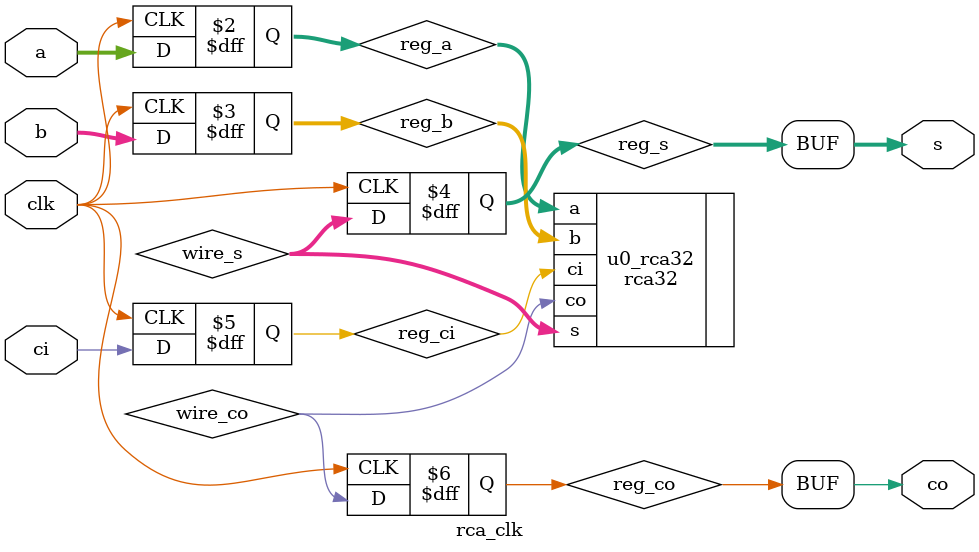
<source format=v>
module rca_clk(clk, a, b, ci, co, s);
	input clk;
	input [31:0] a, b;
	input ci;
	output co;
	output [31:0] s;
	
	reg [31:0] reg_a, reg_b, reg_s;
	reg reg_ci, reg_co;
	
	wire [31:0] wire_s;
	wire wire_co;
	
	always@ (posedge clk)
	begin
		reg_a <= a;
		reg_b <= b;
		reg_ci <= ci;
		reg_co <= wire_co;
		reg_s <= wire_s;		
	end
	
	rca32 u0_rca32(.a(reg_a), .b(reg_b), .ci(reg_ci), .co(wire_co), .s(wire_s));
	
	assign co = reg_co; 
	assign s = reg_s; 
	
endmodule

</source>
